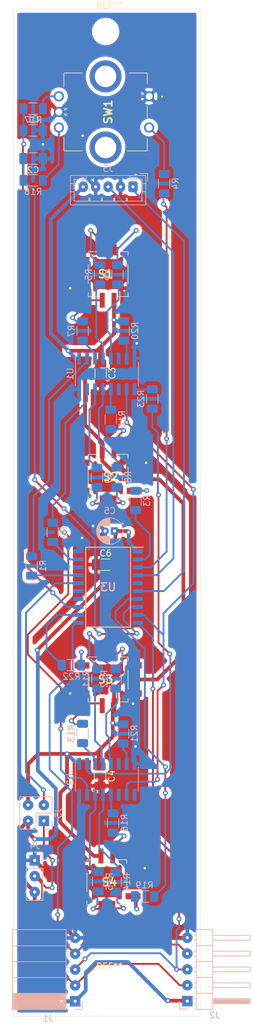
<source format=kicad_pcb>
(kicad_pcb (version 20211014) (generator pcbnew)
  (layers (0 "F.Cu" mixed) (31 "B.Cu" mixed) (34 "B.Paste" user) (35 "F.Paste" user) (36 "B.SilkS" user "B.Silkscreen") (37 "F.SilkS" user "F.Silkscreen") (38 "B.Mask" user) (39 "F.Mask" user) (44 "Edge.Cuts" user))
  (net 0 "")
  (net 1 "GND")
  (net 2 "ENCA")
  (net 3 "ENCB")
  (net 4 "VCC")
  (net 5 "BUT3")
  (net 6 "BUT2")
  (net 7 "BUT1")
  (net 8 "BUT0")
  (net 9 "PSHFDATA")
  (net 10 "PSHFUDATE")
  (net 11 "ADC1")
  (net 12 "ADC0")
  (net 13 "S1_R")
  (net 14 "Net-(R5-Pad1)")
  (net 15 "Net-(R6-Pad1)")
  (net 16 "S1_G")
  (net 17 "S1_b")
  (net 18 "Net-(R7-Pad1)")
  (net 19 "Net-(R8-Pad1)")
  (net 20 "S2_R")
  (net 21 "Net-(R9-Pad1)")
  (net 22 "Net-(R10-Pad1)")
  (net 23 "Net-(R11-Pad1)")
  (net 24 "Net-(R12-Pad1)")
  (net 25 "Net-(R13-Pad1)")
  (net 26 "Net-(R14-Pad1)")
  (net 27 "Net-(R15-Pad1)")
  (net 28 "Net-(R16-Pad1)")
  (net 29 "Net-(R17-Pad2)")
  (net 30 "Net-(R18-Pad2)")
  (net 31 "ENCSW")
  (net 32 "Net-(R20-Pad1)")
  (net 33 "Net-(R21-Pad1)")
  (net 34 "S2_G")
  (net 35 "S2_B")
  (net 36 "S3_R")
  (net 37 "S3_G")
  (net 38 "S3_B")
  (net 39 "S4_R")
  (net 40 "S4_G")
  (net 41 "S4_B")
  (net 51 "VCC_w")
  (net 52 "SDA")
  (net 53 "UPDI_w")
  (net 54 "SCL")
  (net 55 "UPDI")
  (net 56 "PSFHCLK")
  (net 64 "PSHFDATA2")
  (net 65 "Net-(R1-Pad1)")
  (net 66 "Net-(R2-Pad1)")
  (net 67 "Net-(R3-Pad1)")
  (net 68 "Net-(R4-Pad1)")
  (net 69 "Net-(R19-Pad1)")
  (net 70 "Net-(R22-Pad1)")
  (net 71 "Net-(R23-Pad1)")
  (footprint "3dAudioFoot:PEC11R4230KS0024" (layer "F.Cu") (at 143.4875 30.8 -90)
    (fp_text reference "SW1")
    (fp_text value "Rotary_Encoder_Switch" hide)
  )
  (footprint "Capacitor_SMD:C_1206_3216Metric_Pad1.33x1.80mm_HandSolder" (layer "F.Cu") (at 142.6 139.8 -90)
    (fp_text reference "C4")
    (fp_text value "100nF")
  )
  (footprint "Capacitor_SMD:C_1206_3216Metric_Pad1.33x1.80mm_HandSolder" (layer "F.Cu") (at 142.7 75.2 -90)
    (fp_text reference "C3")
    (fp_text value "100nF")
  )
  (footprint "3dAudioFoot:228CMVARGBFR_SMD" (layer "F.Cu") (at 143.9 91.8)
    (fp_text reference "S2")
    (fp_text value "228CMVARGBFR" hide)
  )
  (footprint "3dAudioFoot:228CMVARGBFR_SMD" (layer "F.Cu") (at 143.9 124.3 180)
    (fp_text reference "S3")
    (fp_text value "228CMVARGBFR" hide)
  )
  (footprint "3dAudioFoot:228CMVARGBFR_SMD" (layer "F.Cu") (at 143.7 156.8)
    (fp_text reference "S4")
    (fp_text value "228CMVARGBFR" hide)
  )
  (footprint "3dAudioFoot:228CMVARGBFR_SMD" (layer "F.Cu") (at 143.9 59.3 180)
    (fp_text reference "S1")
    (fp_text value "228CMVARGBFR" hide)
  )
  (footprint "MountingHole:MountingHole_3.2mm_M3" (layer "F.Cu") (at 144.1 20.4)
    (fp_text reference "REF**")
    (fp_text value "MountingHole_3.2mm_M3")
  )
  (footprint "Capacitor_SMD:C_1206_3216Metric_Pad1.33x1.80mm_HandSolder" (layer "F.Cu") (at 143.5 105.9)
    (fp_text reference "C6")
    (fp_text value "100nF")
  )
  (footprint "MountingHole:MountingHole_3.2mm_M3" (layer "F.Cu") (at 144.1 174.5)
    (fp_text reference "REF**")
    (fp_text value "MountingHole_3.2mm_M3")
  )
  (footprint "Connector_JST:JST_PH_B5B-PH-K_1x05_P2.00mm_Vertical" (layer "B.Cu") (at 147.9 45.3 180)
    (fp_text reference "J3")
    (fp_text value "Conn_01x06_Female")
  )
  (footprint "Package_SO:SOIC-16_3.9x9.9mm_P1.27mm" (layer "B.Cu") (at 143.7 140.3 -90)
    (fp_text reference "U2")
    (fp_text value "TPIC6C595")
  )
  (footprint "Package_SO:SOIC-16_3.9x9.9mm_P1.27mm" (layer "B.Cu") (at 143.7 75.3 -90)
    (fp_text reference "U1")
    (fp_text value "TPIC6C595")
  )
  (footprint "Resistor_SMD:R_1206_3216Metric_Pad1.30x1.75mm_HandSolder" (layer "B.Cu") (at 131.85 44.2691)
    (fp_text reference "R18")
    (fp_text value "27k")
  )
  (footprint "Resistor_SMD:R_1206_3216Metric_Pad1.30x1.75mm_HandSolder" (layer "B.Cu") (at 142.1 91.9 90)
    (fp_text reference "R9")
    (fp_text value "155")
  )
  (footprint "Resistor_SMD:R_1206_3216Metric_Pad1.30x1.75mm_HandSolder" (layer "B.Cu") (at 144.7 147.3 90)
    (fp_text reference "R16")
    (fp_text value "100")
  )
  (footprint "Resistor_SMD:R_1206_3216Metric_Pad1.30x1.75mm_HandSolder" (layer "B.Cu") (at 142.3 156.7 90)
    (fp_text reference "R15")
    (fp_text value "155")
  )
  (footprint "Resistor_SMD:R_1206_3216Metric_Pad1.30x1.75mm_HandSolder" (layer "B.Cu") (at 145.1 156.8 90)
    (fp_text reference "R14")
    (fp_text value "165")
  )
  (footprint "Resistor_SMD:R_1206_3216Metric_Pad1.30x1.75mm_HandSolder" (layer "B.Cu") (at 139.8 132.95 -90)
    (fp_text reference "R13")
    (fp_text value "100")
  )
  (footprint "Resistor_SMD:R_1206_3216Metric_Pad1.30x1.75mm_HandSolder" (layer "B.Cu") (at 145.3 91.85 90)
    (fp_text reference "R8")
    (fp_text value "165")
  )
  (footprint "Resistor_SMD:R_1206_3216Metric_Pad1.30x1.75mm_HandSolder" (layer "B.Cu") (at 145.1 124.2 -90)
    (fp_text reference "R12")
    (fp_text value "155")
  )
  (footprint "Resistor_SMD:R_1206_3216Metric_Pad1.30x1.75mm_HandSolder" (layer "B.Cu") (at 142.2 124.2 -90)
    (fp_text reference "R11")
    (fp_text value "165")
  )
  (footprint "Resistor_SMD:R_1206_3216Metric_Pad1.30x1.75mm_HandSolder" (layer "B.Cu") (at 144.335 82.6 90)
    (fp_text reference "R10")
    (fp_text value "100")
  )
  (footprint "Resistor_SMD:R_1206_3216Metric_Pad1.30x1.75mm_HandSolder" (layer "B.Cu") (at 145.4 59.4 -90)
    (fp_text reference "R6")
    (fp_text value "155")
  )
  (footprint "Resistor_SMD:R_1206_3216Metric_Pad1.30x1.75mm_HandSolder" (layer "B.Cu") (at 142.6 59.4 -90)
    (fp_text reference "R5")
    (fp_text value "165")
  )
  (footprint "Capacitor_SMD:C_1206_3216Metric_Pad1.33x1.80mm_HandSolder" (layer "B.Cu") (at 131.85 36.2691 180)
    (fp_text reference "C1")
    (fp_text value "100nF")
  )
  (footprint "Resistor_SMD:R_1206_3216Metric_Pad1.30x1.75mm_HandSolder" (layer "B.Cu") (at 146.4 68.4 90)
    (fp_text reference "R20")
    (fp_text value "4K7")
  )
  (footprint "Resistor_SMD:R_1206_3216Metric_Pad1.30x1.75mm_HandSolder" (layer "B.Cu") (at 146.3 133 90)
    (fp_text reference "R21")
    (fp_text value "4K7")
  )
  (footprint "Resistor_SMD:R_1206_3216Metric_Pad1.30x1.75mm_HandSolder" (layer "B.Cu") (at 131.85 32.7691)
    (fp_text reference "R17")
    (fp_text value "27k")
  )
  (footprint "Capacitor_SMD:C_1206_3216Metric_Pad1.33x1.80mm_HandSolder" (layer "B.Cu") (at 131.85 40.7691)
    (fp_text reference "C2")
    (fp_text value "100nF")
  )
  (footprint "Resistor_SMD:R_1206_3216Metric_Pad1.30x1.75mm_HandSolder" (layer "B.Cu") (at 139.8 68.4 -90)
    (fp_text reference "R7")
    (fp_text value "100")
  )
  (footprint "Resistor_SMD:R_1206_3216Metric_Pad1.30x1.75mm_HandSolder" (layer "B.Cu") (at 138 122)
    (fp_text reference "R22")
    (fp_text value "4k7")
  )
  (footprint "3dAudioFoot:attiny1626" (layer "B.Cu") (at 143.9 109.5 180)
    (fp_text reference "U3")
    (fp_text value "ATtiny1626" hide)
  )
  (footprint "Resistor_SMD:R_1206_3216Metric_Pad1.30x1.75mm_HandSolder" (layer "B.Cu") (at 149.75 159.1 180)
    (fp_text reference "R19")
    (fp_text value "4k7")
  )
  (footprint "Resistor_SMD:R_1206_3216Metric_Pad1.30x1.75mm_HandSolder" (layer "B.Cu") (at 151 79.3 -90)
    (fp_text reference "R23")
    (fp_text value "0R")
  )
  (footprint "Resistor_SMD:R_1206_3216Metric_Pad1.30x1.75mm_HandSolder" (layer "B.Cu") (at 135 100.7 90)
    (fp_text reference "R2")
    (fp_text value "0R")
  )
  (footprint "Connector_PinHeader_2.54mm:PinHeader_2x02_P2.54mm_Vertical" (layer "B.Cu") (at 133.575 146.975 90)
    (fp_text reference "J5")
    (fp_text value "Programm_Jumper")
  )
  (footprint "Resistor_SMD:R_1206_3216Metric_Pad1.30x1.75mm_HandSolder" (layer "B.Cu") (at 152.9 44.8 90)
    (fp_text reference "R4")
    (fp_text value "4k7")
  )
  (footprint "Resistor_SMD:R_1206_3216Metric_Pad1.30x1.75mm_HandSolder" (layer "B.Cu") (at 148.3 95.6 90)
    (fp_text reference "R3")
    (fp_text value "4k7")
  )
  (footprint "Connector_PinHeader_2.54mm:PinHeader_1x05_P2.54mm_Horizontal" (layer "B.Cu") (at 156.625 175.875)
    (fp_text reference "J2")
    (fp_text value "SPI_Male")
  )
  (footprint "Connector_PinHeader_2.54mm:PinHeader_1x03_P2.54mm_Vertical" (layer "B.Cu") (at 132.1 153.3 180)
    (fp_text reference "J4")
    (fp_text value "UPDI_Interface")
  )
  (footprint "Capacitor_THT:CP_Radial_D4.0mm_P1.50mm" (layer "B.Cu") (at 144.9226 100.5 180)
    (fp_text reference "C5")
    (fp_text value "10uF")
  )
  (footprint "Connector_PinSocket_2.54mm:PinSocket_1x05_P2.54mm_Horizontal" (layer "B.Cu") (at 138.6 175.9)
    (fp_text reference "J1")
    (fp_text value "SPI_Female")
  )
  (footprint "Resistor_SMD:R_1206_3216Metric_Pad1.30x1.75mm_HandSolder" (layer "B.Cu") (at 131.6 106.1 90)
    (fp_text reference "R1")
    (fp_text value "0R")
  )
  (gr_line (start 128.7 16.8) (end 128.7 178.3) (layer "Edge.Cuts") (width 0.05))
  (gr_line (start 128.7 178.3) (end 158.7 178.3) (layer "Edge.Cuts") (width 0.05))
  (gr_line (start 128.7 16.8) (end 158.7 16.8) (layer "Edge.Cuts") (width 0.05))
  (gr_line (start 158.7 16.8) (end 158.7 178.3) (layer "Edge.Cuts") (width 0.05))
  (segment (start 138.425 38.4875) (end 139.8 37.1125) (width 0.6) (layer "F.Cu") (net 1))
  (segment (start 142.4 140.9375) (end 148.3 135.0375) (width 0.6) (layer "F.Cu") (net 1))
  (segment (start 139.5 154.55) (end 133.35 154.55) (width 0.6) (layer "F.Cu") (net 1))
  (segment (start 142.6 76.3) (end 148.5 70.4) (width 0.6) (layer "F.Cu") (net 1))
  (segment (start 147.9 128.2) (end 147.9 126.1875) (width 0.6) (layer "F.Cu") (net 1))
  (segment (start 141.5 99.8) (end 139.7 101.6) (width 0.6) (layer "F.Cu") (net 1))
  (segment (start 148.3 135.0375) (end 147.9 134.6375) (width 0.6) (layer "F.Cu") (net 1))
  (segment (start 133.4125 38.4875) (end 138.425 38.4875) (width 0.6) (layer "F.Cu") (net 1))
  (segment (start 141.9375 105.9) (end 143.4226 104.4149) (width 0.6) (layer "F.Cu") (net 1))
  (segment (start 148.1 70) (end 148.1 61.55) (width 0.6) (layer "F.Cu") (net 1))
  (segment (start 141.5 99.7) (end 141.5 99.8) (width 0.6) (layer "F.Cu") (net 1))
  (segment (start 137.75 164.89) (end 138.6 165.74) (width 0.6) (layer "F.Cu") (net 1))
  (segment (start 141.9375 105.9) (end 141.9375 103.8375) (width 0.6) (layer "F.Cu") (net 1))
  (segment (start 147.9 134.6375) (end 147.9 128.2) (width 0.6) (layer "F.Cu") (net 1))
  (segment (start 156.6 165.74) (end 156.625 165.715) (width 0.6) (layer "F.Cu") (net 1))
  (segment (start 137.75 158.95) (end 137.75 164.89) (width 0.6) (layer "F.Cu") (net 1))
  (segment (start 138.6 165.74) (end 156.6 165.74) (width 0.6) (layer "F.Cu") (net 1))
  (segment (start 142.4 141.4) (end 142.4 140.9375) (width 0.6) (layer "F.Cu") (net 1))
  (segment (start 142.6 76.7625) (end 142.6 76.3) (width 0.6) (layer "F.Cu") (net 1))
  (segment (start 141.9375 103.8375) (end 139.7 101.6) (width 0.6) (layer "F.Cu") (net 1))
  (segment (start 148.5 70.4) (end 148.1 70) (width 0.6) (layer "F.Cu") (net 1))
  (segment (start 143.4226 104.4149) (end 143.4226 100.5) (width 0.6) (layer "F.Cu") (net 1))
  (segment (start 132.1 153.3) (end 137.75 158.95) (width 0.6) (layer "F.Cu") (net 1))
  (via (at 141.5 99.7) (size 0.8) (drill 0.4) (layers "F.Cu" "B.Cu") (net 1))
  (via (at 139.7 101.6) (size 0.8) (drill 0.4) (layers "F.Cu" "B.Cu") (net 1))
  (via (at 148.5 70.4) (size 0.8) (drill 0.4) (layers "F.Cu" "B.Cu") (net 1))
  (via (at 147.9 128.2) (size 0.8) (drill 0.4) (layers "F.Cu" "B.Cu") (net 1))
  (via (at 148.3 135.0375) (size 0.8) (drill 0.4) (layers "F.Cu" "B.Cu") (net 1))
  (via (at 139.8 37.1125) (size 0.8) (drill 0.4) (layers "F.Cu" "B.Cu") (net 1))
  (via (at 133.4125 38.4875) (size 0.8) (drill 0.4) (layers "F.Cu" "B.Cu") (net 1))
  (segment (start 143.4226 102.1774) (end 143.4226 100.5) (width 0.6) (layer "B.Cu") (net 1))
  (segment (start 147.945 135.3925) (end 148.3 135.0375) (width 0.6) (layer "B.Cu") (net 1))
  (segment (start 143.3 113.81856) (end 143.3 102.3) (width 0.6) (layer "B.Cu") (net 1))
  (segment (start 144.8 42.9) (end 145.9 44) (width 0.6) (layer "B.Cu") (net 1))
  (segment (start 133.4125 40.7691) (end 133.4125 38.4875) (width 0.6) (layer "B.Cu") (net 1))
  (segment (start 147.9 118.41856) (end 143.3 113.81856) (width 0.6) (layer "B.Cu") (net 1))
  (segment (start 143.2 42.9) (end 144.8 42.9) (width 0.6) (layer "B.Cu") (net 1))
  (segment (start 143.3 102.3) (end 143.4226 102.1774) (width 0.6) (layer "B.Cu") (net 1))
  (segment (start 141.9 44.2) (end 143.2 42.9) (width 0.6) (layer "B.Cu") (net 1))
  (segment (start 141.5 100.5) (end 141.5 99.7) (width 0.6) (layer "B.Cu") (net 1))
  (segment (start 143.3 102.3) (end 141.5 100.5) (width 0.6) (layer "B.Cu") (net 1))
  (segment (start 139.8 37.1125) (end 139.8 43.2) (width 0.6) (layer "B.Cu") (net 1))
  (segment (start 139.8 43.2) (end 141.9 45.3) (width 0.6) (layer "B.Cu") (net 1))
  (segment (start 135.9875 33.3) (end 139.8 37.1125) (width 0.6) (layer "B.Cu") (net 1))
  (segment (start 133.4125 38.4875) (end 133.4125 36.2691) (width 0.6) (layer "B.Cu") (net 1))
  (segment (start 143.1 33.5) (end 142.9 33.3) (width 0.6) (layer "B.Cu") (net 1))
  (segment (start 145.8 30.8) (end 143.1 33.5) (width 0.6) (layer "B.Cu") (net 1))
  (segment (start 139.7 101.6) (end 139.7 103.21) (width 0.6) (layer "B.Cu") (net 1))
  (segment (start 147.9 128.2) (end 147.9 118.41856) (width 0.6) (layer "B.Cu") (net 1))
  (segment (start 141.9 45.3) (end 141.9 44.2) (width 0.6) (layer "B.Cu") (net 1))
  (segment (start 145.9 44) (end 145.9 45.3) (width 0.6) (layer "B.Cu") (net 1))
  (segment (start 148.145 70.755) (end 148.5 70.4) (width 0.6) (layer "B.Cu") (net 1))
  (segment (start 147.945 137.4625) (end 147.945 135.3925) (width 0.6) (layer "B.Cu") (net 1))
  (segment (start 142.9 33.3) (end 135.9875 33.3) (width 0.6) (layer "B.Cu") (net 1))
  (segment (start 150.4875 30.8) (end 145.8 30.8) (width 0.6) (layer "B.Cu") (net 1))
  (segment (start 148.145 72.825) (end 148.145 70.755) (width 0.6) (layer "B.Cu") (net 1))
  (segment (start 139.7 103.21) (end 139.125 103.785) (width 0.6) (layer "B.Cu") (net 1))
  (segment (start 130.2 38.6191) (end 130.35 38.4691) (width 0.3) (layer "F.Cu") (net 2))
  (segment (start 130.2 105.6) (end 130.2 38.6191) (width 0.3) (layer "F.Cu") (net 2))
  (segment (start 135 110.4) (end 130.2 105.6) (width 0.3) (layer "F.Cu") (net 2))
  (via (at 130.35 38.4691) (size 0.8) (drill 0.4) (layers "F.Cu" "B.Cu") (net 2))
  (via (at 135 110.4) (size 0.8) (drill 0.4) (layers "F.Cu" "B.Cu") (net 2))
  (segment (start 130.2875 36.2691) (end 130.2875 38.4066) (width 0.3) (layer "B.Cu") (net 2))
  (segment (start 130.3 32.7691) (end 130.3 36.2566) (width 0.3) (layer "B.Cu") (net 2))
  (segment (start 130.3 36.2566) (end 130.2875 36.2691) (width 0.3) (layer "B.Cu") (net 2))
  (segment (start 139.125 112.675) (end 137.275 112.675) (width 0.3) (layer "B.Cu") (net 2))
  (segment (start 130.2875 38.4066) (end 130.35 38.4691) (width 0.3) (layer "B.Cu") (net 2))
  (segment (start 135 110.4) (end 137.275 112.675) (width 0.3) (layer "B.Cu") (net 2))
  (segment (start 132.1 92.3) (end 136.7 96.9) (width 0.3) (layer "F.Cu") (net 3))
  (segment (start 136.7 96.9) (end 136.8 96.9) (width 0.3) (layer "F.Cu") (net 3))
  (segment (start 142.5 117) (end 148.4 117) (width 0.3) (layer "F.Cu") (net 3))
  (segment (start 148.4 117) (end 148.5 116.9) (width 0.3) (layer "F.Cu") (net 3))
  (via (at 136.8 96.9) (size 0.8) (drill 0.4) (layers "F.Cu" "B.Cu") (net 3))
  (via (at 142.5 117) (size 0.8) (drill 0.4) (layers "F.Cu" "B.Cu") (net 3))
  (via (at 132.1 92.3) (size 0.8) (drill 0.4) (layers "F.Cu" "B.Cu") (net 3))
  (via (at 148.5 116.9) (size 0.8) (drill 0.4) (layers "F.Cu" "B.Cu") (net 3))
  (segment (start 130.3 40.7816) (end 130.2875 40.7691) (width 0.3) (layer "B.Cu") (net 3))
  (segment (start 147.425 112.675) (end 146.4 113.7) (width 0.3) (layer "B.Cu") (net 3))
  (segment (start 130.3 44.2691) (end 130.3 40.7816) (width 0.3) (layer "B.Cu") (net 3))
  (segment (start 141.8 101.9) (end 141.8 116.2) (width 0.3) (layer "B.Cu") (net 3))
  (segment (start 148.675 112.675) (end 147.425 112.675) (width 0.3) (layer "B.Cu") (net 3))
  (segment (start 141.8 116.2) (end 141.8 116.3) (width 0.3) (layer "B.Cu") (net 3))
  (segment (start 146.4 114.8) (end 148.5 116.9) (width 0.3) (layer "B.Cu") (net 3))
  (segment (start 136.8 96.9) (end 141.8 101.9) (width 0.3) (layer "B.Cu") (net 3))
  (segment (start 141.8 116.3) (end 142.5 117) (width 0.3) (layer "B.Cu") (net 3))
  (segment (start 132.1 46.0691) (end 130.3 44.2691) (width 0.3) (layer "B.Cu") (net 3))
  (segment (start 132.1 92.3) (end 132.1 46.0691) (width 0.3) (layer "B.Cu") (net 3))
  (segment (start 146.4 113.7) (end 146.4 114.8) (width 0.3) (layer "B.Cu") (net 3))
  (segment (start 136.2 147.2) (end 136.2 142.5) (width 0.6) (layer "F.Cu") (net 4))
  (segment (start 142.75 152.6) (end 141.6 152.6) (width 0.6) (layer "F.Cu") (net 4))
  (segment (start 136.2 142.5) (end 137.3 141.4) (width 0.6) (layer "F.Cu") (net 4))
  (segment (start 144.65 133.4875) (end 144.65 131.2875) (width 0.6) (layer "F.Cu") (net 4))
  (segment (start 137.5 71.6) (end 142.1 71.6) (width 0.6) (layer "F.Cu") (net 4))
  (segment (start 142.95 89.25) (end 145.9 92.2) (width 0.6) (layer "F.Cu") (net 4))
  (segment (start 137.3 141.4) (end 137.3 136.2375) (width 0.6) (layer "F.Cu") (net 4))
  (segment (start 142.1 71.6) (end 142.6 71.1) (width 0.6) (layer "F.Cu") (net 4))
  (segment (start 142.6 71.1) (end 144.85 68.85) (width 0.6) (layer "F.Cu") (net 4))
  (segment (start 142.4 135.7375) (end 144.65 133.4875) (width 0.6) (layer "F.Cu") (net 4))
  (segment (start 144.85 128.5) (end 144.85 125.95) (width 0.6) (layer "F.Cu") (net 4))
  (segment (start 144.85 125.95) (end 146.5 124.3) (width 0.6) (layer "F.Cu") (net 4))
  (segment (start 142.95 86.25) (end 140.2 83.5) (width 0.6) (layer "F.Cu") (net 4))
  (segment (start 131.035 137.865) (end 132.6625 136.2375) (width 0.6) (layer "F.Cu") (net 4))
  (segment (start 140.2 83.5) (end 140.2 76.1375) (width 0.6) (layer "F.Cu") (net 4))
  (segment (start 142.6 73.6375) (end 142.6 71.1) (width 0.6) (layer "F.Cu") (net 4))
  (segment (start 131.035 144.435) (end 131.035 137.865) (width 0.6) (layer "F.Cu") (net 4))
  (segment (start 132.6625 136.2375) (end 137.3 136.2375) (width 0.6) (layer "F.Cu") (net 4))
  (segment (start 142.4 138.275) (end 142.4 135.7375) (width 0.6) (layer "F.Cu") (net 4))
  (segment (start 145.9 92.2) (end 152.1 92.2) (width 0.6) (layer "F.Cu") (net 4))
  (segment (start 142.95 87.6) (end 142.95 86.25) (width 0.6) (layer "F.Cu") (net 4))
  (segment (start 144.85 66.65) (end 144.85 63.5) (width 0.6) (layer "F.Cu") (net 4))
  (segment (start 146.5 124.3) (end 151.8 124.3) (width 0.6) (layer "F.Cu") (net 4))
  (segment (start 151.8 124.3) (end 156 120.1) (width 0.6) (layer "F.Cu") (net 4))
  (segment (start 141.9 136.2375) (end 142.4 135.7375) (width 0.6) (layer "F.Cu") (net 4))
  (segment (start 144.65 131.2875) (end 144.65 128.1375) (width 0.6) (layer "F.Cu") (net 4))
  (segment (start 156 120.1) (end 156 96.1) (width 0.6) (layer "F.Cu") (net 4))
  (segment (start 152.1 92.2) (end 156 96.1) (width 0.6) (layer "F.Cu") (net 4))
  (segment (start 137.3 136.2375) (end 141.9 136.2375) (width 0.6) (layer "F.Cu") (net 4))
  (segment (start 142.95 87.6) (end 142.95 89.25) (width 0.6) (layer "F.Cu") (net 4))
  (segment (start 141.6 152.6) (end 136.2 147.2) (width 0.6) (layer "F.Cu") (net 4))
  (segment (start 144.85 68.85) (end 144.85 66.65) (width 0.6) (layer "F.Cu") (net 4))
  (segment (start 140.2 76.1375) (end 142.7 73.6375) (width 0.6) (layer "F.Cu") (net 4))
  (via (at 144.65 131.2875) (size 0.8) (drill 0.4) (layers "F.Cu" "B.Cu") (net 4))
  (via (at 137.5 71.6) (size 0.8) (drill 0.4) (layers "F.Cu" "B.Cu") (net 4))
  (via (at 144.85 66.65) (size 0.8) (drill 0.4) (layers "F.Cu" "B.Cu") (net 4))
  (via (at 137.3 136.2375) (size 0.8) (drill 0.4) (layers "F.Cu" "B.Cu") (net 4))
  (segment (start 144.85 131.4875) (end 144.65 131.2875) (width 0.6) (layer "B.Cu") (net 4))
  (segment (start 134.7 68.8) (end 134.7 50.5) (width 0.6) (layer "B.Cu") (net 4))
  (segment (start 139.055 137.4625) (end 138.525 137.4625) (width 0.6) (layer "B.Cu") (net 4))
  (segment (start 138.525 137.4625) (end 137.3 136.2375) (width 0.6) (layer "B.Cu") (net 4))
  (segment (start 146.4 66.85) (end 145.05 66.85) (width 0.6) (layer "B.Cu") (net 4))
  (segment (start 146.2 131.4875) (end 144.85 131.4875) (width 0.6) (layer "B.Cu") (net 4))
  (segment (start 145.05 66.85) (end 144.85 66.65) (width 0.6) (layer "B.Cu") (net 4))
  (segment (start 137.5 71.6) (end 134.7 68.8) (width 0.6) (layer "B.Cu") (net 4))
  (segment (start 134.7 50.5) (end 139.9 45.3) (width 0.6) (layer "B.Cu") (net 4))
  (segment (start 138.725 72.825) (end 137.5 71.6) (width 0.6) (layer "B.Cu") (net 4))
  (segment (start 139.255 72.825) (end 138.725 72.825) (width 0.6) (layer "B.Cu") (net 4))
  (segment (start 148.5 161.1) (end 148.5 159.65) (width 0.3) (layer "F.Cu") (net 5))
  (segment (start 148.5 159.65) (end 147.9 159.05) (width 0.3) (layer "F.Cu") (net 5))
  (via (at 148.5 161.1) (size 0.8) (drill 0.4) (layers "F.Cu" "B.Cu") (net 5))
  (segment (start 148.2 159.1) (end 148.2 160.8) (width 0.3) (layer "B.Cu") (net 5))
  (segment (start 148.2 160.8) (end 148.5 161.1) (width 0.3) (layer "B.Cu") (net 5))
  (segment (start 139.6 119.9) (end 139.6 121.95) (width 0.3) (layer "F.Cu") (net 6))
  (segment (start 139.6 121.95) (end 139.7 122.05) (width 0.3) (layer "F.Cu") (net 6))
  (via (at 139.6 119.9) (size 0.8) (drill 0.4) (layers "F.Cu" "B.Cu") (net 6))
  (segment (start 139.55 122) (end 139.55 119.95) (width 0.3) (layer "B.Cu") (net 6))
  (segment (start 139.55 119.95) (end 139.6 119.9) (width 0.3) (layer "B.Cu") (net 6))
  (segment (start 150.1 94) (end 148.15 94) (width 0.3) (layer "F.Cu") (net 7))
  (segment (start 148.15 94) (end 148.1 94.05) (width 0.3) (layer "F.Cu") (net 7))
  (via (at 150.1 94) (size 0.8) (drill 0.4) (layers "F.Cu" "B.Cu") (net 7))
  (segment (start 150.05 94.05) (end 150.1 94) (width 0.3) (layer "B.Cu") (net 7))
  (segment (start 148.3 94.05) (end 150.05 94.05) (width 0.3) (layer "B.Cu") (net 7))
  (segment (start 131.9 94.9) (end 134.4 92.4) (width 0.3) (layer "B.Cu") (net 9))
  (segment (start 134.4 79.4) (end 140.525 73.275) (width 0.3) (layer "B.Cu") (net 9))
  (segment (start 131.6 104.55) (end 131.9 104.25) (width 0.3) (layer "B.Cu") (net 9))
  (segment (start 131.9 104.25) (end 131.9 94.9) (width 0.3) (layer "B.Cu") (net 9))
  (segment (start 140.525 73.275) (end 140.525 72.825) (width 0.3) (layer "B.Cu") (net 9))
  (segment (start 134.4 92.4) (end 134.4 79.4) (width 0.3) (layer "B.Cu") (net 9))
  (segment (start 151.8495 140.3) (end 151.8495 126.1505) (width 0.3) (layer "F.Cu") (net 10))
  (segment (start 157.6 93.8) (end 146.9 83.1) (width 0.3) (layer "F.Cu") (net 10))
  (segment (start 151.8495 126.1505) (end 152.8 125.2) (width 0.3) (layer "F.Cu") (net 10))
  (via (at 157.6 93.8) (size 0.8) (drill 0.4) (layers "F.Cu" "B.Cu") (net 10))
  (via (at 152.8 125.2) (size 0.8) (drill 0.4) (layers "F.Cu" "B.Cu") (net 10))
  (via (at 146.9 83.1) (size 0.8) (drill 0.4) (layers "F.Cu" "B.Cu") (net 10))
  (via (at 151.8495 140.3) (size 0.8) (drill 0.4) (layers "F.Cu" "B.Cu") (net 10))
  (segment (start 151.5 140.7) (end 151.8495 140.3505) (width 0.3) (layer "B.Cu") (net 10))
  (segment (start 146.9 81.15) (end 146.875 81.125) (width 0.3) (layer "B.Cu") (net 10))
  (segment (start 146.9 141.2) (end 147.4 140.7) (width 0.3) (layer "B.Cu") (net 10))
  (segment (start 152.8 125.2) (end 152.8 117.2) (width 0.3) (layer "B.Cu") (net 10))
  (segment (start 146.9 83.1) (end 146.9 81.15) (width 0.3) (layer "B.Cu") (net 10))
  (segment (start 151.8495 140.3505) (end 151.8495 140.3) (width 0.3) (layer "B.Cu") (net 10))
  (segment (start 157.6 108.9) (end 157.6 93.8) (width 0.3) (layer "B.Cu") (net 10))
  (segment (start 146.875 142.775) (end 146.9 142.75) (width 0.3) (layer "B.Cu") (net 10))
  (segment (start 147.4 140.7) (end 151.5 140.7) (width 0.3) (layer "B.Cu") (net 10))
  (segment (start 152.8 117.2) (end 149.5 113.9) (width 0.3) (layer "B.Cu") (net 10))
  (segment (start 146.875 77.775) (end 146.875 81.125) (width 0.3) (layer "B.Cu") (net 10))
  (segment (start 152.8 113.7) (end 157.6 108.9) (width 0.3) (layer "B.Cu") (net 10))
  (segment (start 146.9 142.75) (end 146.9 141.2) (width 0.3) (layer "B.Cu") (net 10))
  (segment (start 152.8 117.2) (end 152.8 113.7) (width 0.3) (layer "B.Cu") (net 10))
  (segment (start 152.865 110.135) (end 156.088575 106.911425) (width 0.3) (layer "B.Cu") (net 11))
  (segment (start 148.675 110.135) (end 152.865 110.135) (width 0.3) (layer "B.Cu") (net 11))
  (segment (start 156.088575 106.911425) (end 156.088575 54.011425) (width 0.3) (layer "B.Cu") (net 11))
  (segment (start 147.9 45.822849) (end 156.088575 54.011425) (width 0.3) (layer "B.Cu") (net 11))
  (segment (start 147.9 45.3) (end 147.9 45.822849) (width 0.3) (layer "B.Cu") (net 11))
  (segment (start 154.4 55.8) (end 143.9 45.3) (width 0.3) (layer "B.Cu") (net 12))
  (segment (start 148.675 107.595) (end 151.705 107.595) (width 0.3) (layer "B.Cu") (net 12))
  (segment (start 151.705 107.595) (end 154.4 104.9) (width 0.3) (layer "B.Cu") (net 12))
  (segment (start 154.4 104.9) (end 154.4 55.8) (width 0.3) (layer "B.Cu") (net 12))
  (segment (start 143.065 72.825) (end 143.065 70.565) (width 0.3) (layer "B.Cu") (net 13))
  (segment (start 142 69.5) (end 142 61.55) (width 0.3) (layer "B.Cu") (net 13))
  (segment (start 143.065 70.565) (end 142 69.5) (width 0.3) (layer "B.Cu") (net 13))
  (segment (start 142 61.55) (end 142.6 60.95) (width 0.3) (layer "B.Cu") (net 13))
  (segment (start 142.95 54.15) (end 142.95 55.1) (width 0.3) (layer "F.Cu") (net 14))
  (segment (start 141.1 52.3) (end 142.95 54.15) (width 0.3) (layer "F.Cu") (net 14))
  (via (at 141.1 52.3) (size 0.8) (drill 0.4) (layers "F.Cu" "B.Cu") (net 14))
  (segment (start 142.6 57.85) (end 141.1 56.35) (width 0.3) (layer "B.Cu") (net 14))
  (segment (start 141.1 56.35) (end 141.1 52.3) (width 0.3) (layer "B.Cu") (net 14))
  (segment (start 145.6 55.1) (end 144.85 55.1) (width 0.3) (layer "F.Cu") (net 15))
  (segment (start 148.4 52.3) (end 145.6 55.1) (width 0.3) (layer "F.Cu") (net 15))
  (via (at 148.4 52.3) (size 0.8) (drill 0.4) (layers "F.Cu" "B.Cu") (net 15))
  (segment (start 145.4 57.85) (end 145.4 55.3) (width 0.3) (layer "B.Cu") (net 15))
  (segment (start 145.4 55.3) (end 148.4 52.3) (width 0.3) (layer "B.Cu") (net 15))
  (segment (start 145.6 63.4) (end 145.6 61.15) (width 0.3) (layer "B.Cu") (net 16))
  (segment (start 143.8 65.2) (end 145.6 63.4) (width 0.3) (layer "B.Cu") (net 16))
  (segment (start 144.335 72.825) (end 144.335 69.041191) (width 0.3) (layer "B.Cu") (net 16))
  (segment (start 145.6 61.15) (end 145.4 60.95) (width 0.3) (layer "B.Cu") (net 16))
  (segment (start 143.8 68.506191) (end 143.8 65.2) (width 0.3) (layer "B.Cu") (net 16))
  (segment (start 144.335 69.041191) (end 143.8 68.506191) (width 0.3) (layer "B.Cu") (net 16))
  (segment (start 141.795 72.825) (end 141.795 72.045) (width 0.3) (layer "B.Cu") (net 17))
  (segment (start 141.795 72.045) (end 139.7 69.95) (width 0.3) (layer "B.Cu") (net 17))
  (segment (start 141 63.5) (end 142.95 63.5) (width 0.3) (layer "F.Cu") (net 18))
  (segment (start 138.2 66.3) (end 141 63.5) (width 0.3) (layer "F.Cu") (net 18))
  (via (at 138.2 66.3) (size 0.8) (drill 0.4) (layers "F.Cu" "B.Cu") (net 18))
  (segment (start 138.75 66.85) (end 138.2 66.3) (width 0.3) (layer "B.Cu") (net 18))
  (segment (start 139.7 66.85) (end 138.75 66.85) (width 0.3) (layer "B.Cu") (net 18))
  (segment (start 146.3 96) (end 144.85 96) (width 0.3) (layer "F.Cu") (net 19))
  (via (at 146.3 96) (size 0.8) (drill 0.4) (layers "F.Cu" "B.Cu") (net 19))
  (segment (start 145.3 93.4) (end 145.3 95) (width 0.3) (layer "B.Cu") (net 19))
  (segment (start 145.3 95) (end 146.3 96) (width 0.3) (layer "B.Cu") (net 19))
  (segment (start 142.4 86.3) (end 142.4 80.9) (width 0.3) (layer "B.Cu") (net 20))
  (segment (start 142.4 80.9) (end 143.065 80.235) (width 0.3) (layer "B.Cu") (net 20))
  (segment (start 145.3 90.3) (end 145.3 89.2) (width 0.3) (layer "B.Cu") (net 20))
  (segment (start 143.065 80.235) (end 143.065 77.775) (width 0.3) (layer "B.Cu") (net 20))
  (segment (start 145.3 89.2) (end 142.4 86.3) (width 0.3) (layer "B.Cu") (net 20))
  (segment (start 141.4 96.1) (end 142.85 96.1) (width 0.3) (layer "F.Cu") (net 21))
  (segment (start 142.85 96.1) (end 142.95 96) (width 0.3) (layer "F.Cu") (net 21))
  (via (at 141.4 96.1) (size 0.8) (drill 0.4) (layers "F.Cu" "B.Cu") (net 21))
  (segment (start 142.1 93.45) (end 142.1 95.4) (width 0.3) (layer "B.Cu") (net 21))
  (segment (start 142.1 95.4) (end 141.4 96.1) (width 0.3) (layer "B.Cu") (net 21))
  (segment (start 144.85 85.95) (end 144.85 87.6) (width 0.3) (layer "F.Cu") (net 22))
  (segment (start 146.4 84.4) (end 144.85 85.95) (width 0.3) (layer "F.Cu") (net 22))
  (via (at 146.4 84.4) (size 0.8) (drill 0.4) (layers "F.Cu" "B.Cu") (net 22))
  (segment (start 144.335 84.15) (end 146.15 84.15) (width 0.3) (layer "B.Cu") (net 22))
  (segment (start 146.15 84.15) (end 146.4 84.4) (width 0.3) (layer "B.Cu") (net 22))
  (segment (start 140.9 116.9375) (end 142.75 118.7875) (width 0.3) (layer "F.Cu") (net 23))
  (segment (start 142.75 118.7875) (end 142.75 119.7375) (width 0.3) (layer "F.Cu") (net 23))
  (via (at 140.9 116.9375) (size 0.8) (drill 0.4) (layers "F.Cu" "B.Cu") (net 23))
  (segment (start 142.4 122.4875) (end 140.9 120.9875) (width 0.3) (layer "B.Cu") (net 23))
  (segment (start 140.9 120.9875) (end 140.9 116.9375) (width 0.3) (layer "B.Cu") (net 23))
  (segment (start 144.85 120.1) (end 145.5 120.1) (width 0.3) (layer "F.Cu") (net 24))
  (segment (start 145.5 120.1) (end 146.2 119.4) (width 0.3) (layer "F.Cu") (net 24))
  (via (at 146.2 119.4) (size 0.8) (drill 0.4) (layers "F.Cu" "B.Cu") (net 24))
  (segment (start 146.2 121.55) (end 145.1 122.65) (width 0.3) (layer "B.Cu") (net 24))
  (segment (start 146.2 119.4) (end 146.2 121.55) (width 0.3) (layer "B.Cu") (net 24))
  (segment (start 138 130.9375) (end 140.8 128.1375) (width 0.3) (layer "F.Cu") (net 25))
  (segment (start 140.8 128.1375) (end 142.75 128.1375) (width 0.3) (layer "F.Cu") (net 25))
  (via (at 138 130.9375) (size 0.8) (drill 0.4) (layers "F.Cu" "B.Cu") (net 25))
  (segment (start 138.55 131.4875) (end 138 130.9375) (width 0.3) (layer "B.Cu") (net 25))
  (segment (start 139.5 131.4875) (end 138.55 131.4875) (width 0.3) (layer "B.Cu") (net 25))
  (segment (start 146.365 160.9875) (end 144.915 160.9875) (width 0.3) (layer "F.Cu") (net 26))
  (via (at 146.365 160.9875) (size 0.8) (drill 0.4) (layers "F.Cu" "B.Cu") (net 26))
  (segment (start 145.365 158.3875) (end 145.365 159.9875) (width 0.3) (layer "B.Cu") (net 26))
  (segment (start 145.365 159.9875) (end 146.365 160.9875) (width 0.3) (layer "B.Cu") (net 26))
  (segment (start 141.465 161.0875) (end 142.915 161.0875) (width 0.3) (layer "F.Cu") (net 27))
  (via (at 141.465 161.0875) (size 0.8) (drill 0.4) (layers "F.Cu" "B.Cu") (net 27))
  (segment (start 142.165 160.3875) (end 141.465 161.0875) (width 0.3) (layer "B.Cu") (net 27))
  (segment (start 142.165 158.4375) (end 142.165 160.3875) (width 0.3) (layer "B.Cu") (net 27))
  (segment (start 144.915 150.9375) (end 144.915 152.5875) (width 0.3) (layer "F.Cu") (net 28))
  (segment (start 146.465 149.3875) (end 144.915 150.9375) (width 0.3) (layer "F.Cu") (net 28))
  (via (at 146.465 149.3875) (size 0.8) (drill 0.4) (layers "F.Cu" "B.Cu") (net 28))
  (segment (start 144.4 149.1375) (end 146.215 149.1375) (width 0.3) (layer "B.Cu") (net 28))
  (segment (start 146.215 149.1375) (end 146.465 149.3875) (width 0.3) (layer "B.Cu") (net 28))
  (segment (start 133.4 32.7691) (end 133.4 31.5) (width 0.3) (layer "B.Cu") (net 29))
  (segment (start 133.4 31.5) (end 134.1 30.8) (width 0.3) (layer "B.Cu") (net 29))
  (segment (start 134.1 30.8) (end 135.9875 30.8) (width 0.3) (layer "B.Cu") (net 29))
  (segment (start 135.9875 41.6816) (end 135.9875 35.8) (width 0.3) (layer "B.Cu") (net 30))
  (segment (start 133.4 44.2691) (end 135.9875 41.6816) (width 0.3) (layer "B.Cu") (net 30))
  (segment (start 152.9 38.2125) (end 150.4875 35.8) (width 0.3) (layer "B.Cu") (net 31))
  (segment (start 152.9 43.25) (end 152.9 38.2125) (width 0.3) (layer "B.Cu") (net 31))
  (segment (start 146.875 72.825) (end 146.875 70.425) (width 0.3) (layer "B.Cu") (net 32))
  (segment (start 146.875 70.425) (end 146.4 69.95) (width 0.3) (layer "B.Cu") (net 32))
  (segment (start 146.875 136.075) (end 146.875 137.825) (width 0.3) (layer "B.Cu") (net 33))
  (segment (start 146.3 135.5) (end 146.875 136.075) (width 0.3) (layer "B.Cu") (net 33))
  (segment (start 146.3 134.55) (end 146.3 135.5) (width 0.3) (layer "B.Cu") (net 33))
  (segment (start 140.9 81) (end 141.795 80.105) (width 0.3) (layer "B.Cu") (net 34))
  (segment (start 141.795 80.105) (end 141.795 77.775) (width 0.3) (layer "B.Cu") (net 34))
  (segment (start 142.1 90.35) (end 140.9 89.15) (width 0.3) (layer "B.Cu") (net 34))
  (segment (start 140.9 89.15) (end 140.9 81) (width 0.3) (layer "B.Cu") (net 34))
  (segment (start 144.335 81.05) (end 144.335 77.775) (width 0.3) (layer "B.Cu") (net 35))
  (segment (start 142.865 135.2025) (end 141.8 134.1375) (width 0.3) (layer "B.Cu") (net 36))
  (segment (start 141.8 134.1375) (end 141.8 126.1875) (width 0.3) (layer "B.Cu") (net 36))
  (segment (start 141.8 126.1875) (end 142.4 125.5875) (width 0.3) (layer "B.Cu") (net 36))
  (segment (start 142.865 137.4625) (end 142.865 135.2025) (width 0.3) (layer "B.Cu") (net 36))
  (segment (start 144.135 137.4625) (end 144.135 133.678691) (width 0.3) (layer "B.Cu") (net 37))
  (segment (start 144.135 133.678691) (end 143.6 133.143691) (width 0.3) (layer "B.Cu") (net 37))
  (segment (start 143.6 129.8375) (end 145.4 128.0375) (width 0.3) (layer "B.Cu") (net 37))
  (segment (start 145.4 125.7875) (end 145.2 125.5875) (width 0.3) (layer "B.Cu") (net 37))
  (segment (start 143.6 133.143691) (end 143.6 129.8375) (width 0.3) (layer "B.Cu") (net 37))
  (segment (start 145.4 128.0375) (end 145.4 125.7875) (width 0.3) (layer "B.Cu") (net 37))
  (segment (start 141.595 136.6825) (end 139.5 134.5875) (width 0.3) (layer "B.Cu") (net 38))
  (segment (start 141.595 137.4625) (end 141.595 136.6825) (width 0.3) (layer "B.Cu") (net 38))
  (segment (start 145.365 154.1875) (end 142.465 151.2875) (width 0.3) (layer "B.Cu") (net 39))
  (segment (start 142.465 145.8875) (end 143.13 145.2225) (width 0.3) (layer "B.Cu") (net 39))
  (segment (start 143.13 145.2225) (end 143.13 142.7625) (width 0.3) (layer "B.Cu") (net 39))
  (segment (start 145.365 155.2875) (end 145.365 154.1875) (width 0.3) (layer "B.Cu") (net 39))
  (segment (start 142.465 151.2875) (end 142.465 145.8875) (width 0.3) (layer "B.Cu") (net 39))
  (segment (start 140.965 145.9875) (end 141.86 145.0925) (width 0.3) (layer "B.Cu") (net 40))
  (segment (start 140.965 154.1375) (end 140.965 145.9875) (width 0.3) (layer "B.Cu") (net 40))
  (segment (start 141.86 145.0925) (end 141.86 142.7625) (width 0.3) (layer "B.Cu") (net 40))
  (segment (start 142.165 155.3375) (end 140.965 154.1375) (width 0.3) (layer "B.Cu") (net 40))
  (segment (start 144.4 146.0375) (end 144.4 142.7625) (width 0.3) (layer "B.Cu") (net 41))
  (segment (start 130 148.01) (end 131.035 146.975) (width 0.6) (layer "F.Cu") (net 51))
  (segment (start 153.5 175.8) (end 156.55 175.8) (width 0.6) (layer "F.Cu") (net 51))
  (segment (start 145.0625 107.0375) (end 145.0625 105.9) (width 0.6) (layer "F.Cu") (net 51))
  (segment (start 132.5 119.6) (end 145.0625 107.0375) (width 0.6) (layer "F.Cu") (net 51))
  (segment (start 132.1 172.6) (end 132.1 158.38) (width 0.6) (layer "F.Cu") (net 51))
  (segment (start 156.55 175.8) (end 156.625 175.875) (width 0.6) (layer "F.Cu") (net 51))
  (segment (start 130 156.28) (end 130 148.01) (width 0.6) (layer "F.Cu") (net 51))
  (segment (start 132.1 158.38) (end 130 156.28) (width 0.6) (layer "F.Cu") (net 51))
  (segment (start 144.9226 100.5) (end 147 100.5) (width 0.6) (layer "F.Cu") (net 51))
  (segment (start 145.0625 100.6399) (end 144.9226 100.5) (width 0.6) (layer "F.Cu") (net 51))
  (segment (start 147 100.5) (end 147.2 100.7) (width 0.6) (layer "F.Cu") (net 51))
  (segment (start 138.6 175.9) (end 135.4 175.9) (width 0.6) (layer "F.Cu") (net 51))
  (segment (start 131.035 148.835) (end 132.1 149.9) (width 0.6) (layer "F.Cu") (net 51))
  (segment (start 145.0625 105.9) (end 145.0625 100.6399) (width 0.6) (layer "F.Cu") (net 51))
  (segment (start 131.035 146.975) (end 131.035 148.835) (width 0.6) (layer "F.Cu") (net 51))
  (segment (start 135.4 175.9) (end 132.1 172.6) (width 0.6) (layer "F.Cu") (net 51))
  (via (at 132.1 149.9) (size 0.8) (drill 0.4) (layers "F.Cu" "B.Cu") (net 51))
  (via (at 136.4 175.9) (size 0.8) (drill 0.4) (layers "F.Cu" "B.Cu") (net 51))
  (via (at 147.2 100.7) (size 0.8) (drill 0.4) (layers "F.Cu" "B.Cu") (net 51))
  (via (at 132.5 119.6) (size 0.8) (drill 0.4) (layers "F.Cu" "B.Cu") (net 51))
  (via (at 153.5 175.8) (size 0.8) (drill 0.4) (layers "F.Cu" "B.Cu") (net 51))
  (segment (start 140.3 171.3) (end 142 169.6) (width 0.6) (layer "B.Cu") (net 51))
  (segment (start 136.4 175.9) (end 138.6 175.9) (width 0.6) (layer "B.Cu") (net 51))
  (segment (start 132.6 119.7) (end 132.5 119.6) (width 0.6) (layer "B.Cu") (net 51))
  (segment (start 135.5 141.8) (end 132.6 138.9) (width 0.6) (layer "B.Cu") (net 51))
  (segment (start 147.2 102.31) (end 148.675 103.785) (width 0.6) (layer "B.Cu") (net 51))
  (segment (start 138.6 175.9) (end 140.3 174.2) (width 0.6) (layer "B.Cu") (net 51))
  (segment (start 135.5 149.1) (end 135.5 141.8) (width 0.6) (layer "B.Cu") (net 51))
  (segment (start 134.7 149.9) (end 135.5 149.1) (width 0.6) (layer "B.Cu") (net 51))
  (segment (start 132.6 138.9) (end 132.6 119.7) (width 0.6) (layer "B.Cu") (net 51))
  (segment (start 132.1 149.9) (end 134.7 149.9) (width 0.6) (layer "B.Cu") (net 51))
  (segment (start 147.1 169.6) (end 153.375 175.875) (width 0.6) (layer "B.Cu") (net 51))
  (segment (start 153.375 175.875) (end 153.45 175.8) (width 0.6) (layer "B.Cu") (net 51))
  (segment (start 147.2 100.7) (end 147.2 102.31) (width 0.6) (layer "B.Cu") (net 51))
  (segment (start 140.3 174.2) (end 140.3 171.3) (width 0.6) (layer "B.Cu") (net 51))
  (segment (start 142 169.6) (end 147.1 169.6) (width 0.6) (layer "B.Cu") (net 51))
  (segment (start 153.45 175.8) (end 153.5 175.8) (width 0.6) (layer "B.Cu") (net 51))
  (segment (start 138.6 170.7) (end 140.2 169.1) (width 0.3) (layer "F.Cu") (net 52))
  (segment (start 156.62 170.8) (end 156.625 170.795) (width 0.3) (layer "F.Cu") (net 52))
  (segment (start 155.3 153.3) (end 151.1 149.1) (width 0.3) (layer "F.Cu") (net 52))
  (segment (start 155.3 162.7) (end 155.3 153.3) (width 0.3) (layer "F.Cu") (net 52))
  (segment (start 154.9 170.8) (end 156.62 170.8) (width 0.3) (layer "F.Cu") (net 52))
  (segment (start 151.1 149.1) (end 151.1 125.8) (width 0.3) (layer "F.Cu") (net 52))
  (segment (start 138.6 170.82) (end 138.6 170.7) (width 0.3) (layer "F.Cu") (net 52))
  (via (at 154.9 170.8) (size 0.8) (drill 0.4) (layers "F.Cu" "B.Cu") (net 52))
  (via (at 140.2 169.1) (size 0.8) (drill 0.4) (layers "F.Cu" "B.Cu") (net 52))
  (via (at 155.3 162.7) (size 0.8) (drill 0.4) (layers "F.Cu" "B.Cu") (net 52))
  (via (at 151.1 125.8) (size 0.8) (drill 0.4) (layers "F.Cu" "B.Cu") (net 52))
  (segment (start 151.1 117.64) (end 148.675 115.215) (width 0.3) (layer "B.Cu") (net 52))
  (segment (start 152.3 168.2) (end 154.9 170.8) (width 0.3) (layer "B.Cu") (net 52))
  (segment (start 140.2 169.1) (end 141.1 168.2) (width 0.3) (layer "B.Cu") (net 52))
  (segment (start 151.1 125.8) (end 151.1 117.64) (width 0.3) (layer "B.Cu") (net 52))
  (segment (start 154.9 164.5) (end 155.3 164.1) (width 0.3) (layer "B.Cu") (net 52))
  (segment (start 154.9 170.8) (end 154.9 164.5) (width 0.3) (layer "B.Cu") (net 52))
  (segment (start 141.1 168.2) (end 152.3 168.2) (width 0.3) (layer "B.Cu") (net 52))
  (segment (start 155.3 164.1) (end 155.3 162.7) (width 0.3) (layer "B.Cu") (net 52))
  (segment (start 133.299511 168.059511) (end 133.299511 156.599511) (width 0.3) (layer "F.Cu") (net 53))
  (segment (start 132.1 155.84) (end 133.96 157.7) (width 0.3) (layer "F.Cu") (net 53))
  (segment (start 135 153.3) (end 133.575 151.875) (width 0.3) (layer "F.Cu") (net 53))
  (segment (start 138.6 173.36) (end 140.7 171.26) (width 0.3) (layer "F.Cu") (net 53))
  (segment (start 133.96 157.7) (end 134.9 157.7) (width 0.3) (layer "F.Cu") (net 53))
  (segment (start 142.1 169.9) (end 151.987919 169.9) (width 0.3) (layer "F.Cu") (net 53))
  (segment (start 140.7 171.26) (end 140.74 171.26) (width 0.3) (layer "F.Cu") (net 53))
  (segment (start 132.54 155.84) (end 132.1 155.84) (width 0.3) (layer "F.Cu") (net 53))
  (segment (start 140.74 171.26) (end 142.1 169.9) (width 0.3) (layer "F.Cu") (net 53))
  (segment (start 155.422919 173.335) (end 156.625 173.335) (width 0.3) (layer "F.Cu") (net 53))
  (segment (start 133.299511 156.599511) (end 132.54 155.84) (width 0.3) (layer "F.Cu") (net 53))
  (segment (start 133.575 151.875) (end 133.575 146.975) (width 0.3) (layer "F.Cu") (net 53))
  (segment (start 138.6 173.36) (end 133.299511 168.059511) (width 0.3) (layer "F.Cu") (net 53))
  (segment (start 151.987919 169.9) (end 155.422919 173.335) (width 0.3) (layer "F.Cu") (net 53))
  (via (at 134.9 157.7) (size 0.8) (drill 0.4) (layers "F.Cu" "B.Cu") (net 53))
  (via (at 135 153.3) (size 0.8) (drill 0.4) (layers "F.Cu" "B.Cu") (net 53))
  (segment (start 134.9 157.7) (end 134.9 153.4) (width 0.3) (layer "B.Cu") (net 53))
  (segment (start 134.9 153.4) (end 135 153.3) (width 0.3) (layer "B.Cu") (net 53))
  (segment (start 135.8 165.48) (end 135.8 162) (width 0.3) (layer "F.Cu") (net 54))
  (segment (start 138.6 168.28) (end 140.08 166.8) (width 0.3) (layer "F.Cu") (net 54))
  (segment (start 140.08 166.8) (end 155.17 166.8) (width 0.3) (layer "F.Cu") (net 54))
  (segment (start 135.8 165.48) (end 138.6 168.28) (width 0.3) (layer "F.Cu") (net 54))
  (segment (start 155.17 166.8) (end 156.625 168.255) (width 0.3) (layer "F.Cu") (net 54))
  (via (at 135.8 162) (size 0.8) (drill 0.4) (layers "F.Cu" "B.Cu") (net 54))
  (segment (start 138.1 142.3) (end 134.5 138.7) (width 0.3) (layer "B.Cu") (net 54))
  (segment (start 138.1 149) (end 138.1 142.3) (width 0.3) (layer "B.Cu") (net 54))
  (segment (start 134.5 126.7) (end 138.2 123) (width 0.3) (layer "B.Cu") (net 54))
  (segment (start 135.8 162) (end 135.8 151.3) (width 0.3) (layer "B.Cu") (net 54))
  (segment (start 138.2 123) (end 138.2 115.8) (width 0.3) (layer "B.Cu") (net 54))
  (segment (start 134.5 138.7) (end 134.5 126.7) (width 0.3) (layer "B.Cu") (net 54))
  (segment (start 138.2 115.8) (end 138.785 115.215) (width 0.3) (layer "B.Cu") (net 54))
  (segment (start 135.8 151.3) (end 138.1 149) (width 0.3) (layer "B.Cu") (net 54))
  (segment (start 138.785 115.215) (end 139.125 115.215) (width 0.3) (layer "B.Cu") (net 54))
  (segment (start 133.575 144.435) (end 133.575 142.075) (width 0.3) (layer "F.Cu") (net 55))
  (segment (start 133.575 142.075) (end 133.5 142) (width 0.3) (layer "F.Cu") (net 55))
  (via (at 133.5 142) (size 0.8) (drill 0.4) (layers "F.Cu" "B.Cu") (net 55))
  (segment (start 130.7 113.6) (end 135.435 108.865) (width 0.3) (layer "B.Cu") (net 55))
  (segment (start 135.435 108.865) (end 139.125 108.865) (width 0.3) (layer "B.Cu") (net 55))
  (segment (start 130.7 139.2) (end 130.7 113.6) (width 0.3) (layer "B.Cu") (net 55))
  (segment (start 133.5 142) (end 130.7 139.2) (width 0.3) (layer "B.Cu") (net 55))
  (segment (start 136.3 125.6) (end 131 120.3) (width 0.3) (layer "F.Cu") (net 56))
  (segment (start 137.5 110.6) (end 137.5 101.3) (width 0.3) (layer "F.Cu") (net 56))
  (segment (start 131 120.3) (end 131 117.1) (width 0.3) (layer "F.Cu") (net 56))
  (segment (start 131 117.1) (end 137.5 110.6) (width 0.3) (layer "F.Cu") (net 56))
  (segment (start 137.5 101.3) (end 136.9 100.7) (width 0.3) (layer "F.Cu") (net 56))
  (segment (start 136.3 132.2) (end 136.3 125.6) (width 0.3) (layer "F.Cu") (net 56))
  (via (at 136.3 132.2) (size 0.8) (drill 0.4) (layers "F.Cu" "B.Cu") (net 56))
  (via (at 136.9 100.7) (size 0.8) (drill 0.4) (layers "F.Cu" "B.Cu") (net 56))
  (segment (start 137 94.4) (end 137 83.2) (width 0.3) (layer "B.Cu") (net 56))
  (segment (start 140.5 141.1) (end 139.5 140.1) (width 0.3) (layer "B.Cu") (net 56))
  (segment (start 137 83.2) (end 140.525 79.675) (width 0.3) (layer "B.Cu") (net 56))
  (segment (start 137.6 140.1) (end 136.3 138.8) (width 0.3) (layer "B.Cu") (net 56))
  (segment (start 135 96.4) (end 137 94.4) (width 0.3) (layer "B.Cu") (net 56))
  (segment (start 136.9 100.7) (end 136.55 100.7) (width 0.3) (layer "B.Cu") (net 56))
  (segment (start 136.3 138.8) (end 136.3 132.2) (width 0.3) (layer "B.Cu") (net 56))
  (segment (start 140.5 142.75) (end 140.5 141.1) (width 0.3) (layer "B.Cu") (net 56))
  (segment (start 139.5 140.1) (end 137.6 140.1) (width 0.3) (layer "B.Cu") (net 56))
  (segment (start 135 99.15) (end 135 96.4) (width 0.3) (layer "B.Cu") (net 56))
  (segment (start 140.525 142.775) (end 140.5 142.75) (width 0.3) (layer "B.Cu") (net 56))
  (segment (start 136.55 100.7) (end 135 99.15) (width 0.3) (layer "B.Cu") (net 56))
  (segment (start 140.525 79.675) (end 140.525 77.775) (width 0.3) (layer "B.Cu") (net 56))
  (segment (start 152 94.7) (end 152 118.4) (width 0.3) (layer "F.Cu") (net 64))
  (segment (start 152 118.4) (end 153.8 120.2) (width 0.3) (layer "F.Cu") (net 64))
  (via (at 153.8 120.2) (size 0.8) (drill 0.4) (layers "F.Cu" "B.Cu") (net 64))
  (via (at 152 94.7) (size 0.8) (drill 0.4) (layers "F.Cu" "B.Cu") (net 64))
  (segment (start 151.9 84.7) (end 151.9 94.6) (width 0.3) (layer "B.Cu") (net 64))
  (segment (start 153.9 138.6) (end 153.9 120.3) (width 0.3) (layer "B.Cu") (net 64))
  (segment (start 140.9 139.4) (end 153.1 139.4) (width 0.3) (layer "B.Cu") (net 64))
  (segment (start 151.9 94.6) (end 152 94.7) (width 0.3) (layer "B.Cu") (net 64))
  (segment (start 153.9 120.3) (end 153.8 120.2) (width 0.3) (layer "B.Cu") (net 64))
  (segment (start 140.5 137.85) (end 140.5 139) (width 0.3) (layer "B.Cu") (net 64))
  (segment (start 140.5 139) (end 140.9 139.4) (width 0.3) (layer "B.Cu") (net 64))
  (segment (start 153.1 139.4) (end 153.9 138.6) (width 0.3) (layer "B.Cu") (net 64))
  (segment (start 140.525 137.825) (end 140.5 137.85) (width 0.3) (layer "B.Cu") (net 64))
  (segment (start 151 83.8) (end 151.9 84.7) (width 0.3) (layer "B.Cu") (net 64))
  (segment (start 151 80.85) (end 151 83.8) (width 0.3) (layer "B.Cu") (net 64))
  (segment (start 139.125 107.595) (end 131.655 107.595) (width 0.3) (layer "B.Cu") (net 65))
  (segment (start 131.655 107.595) (end 131.6 107.65) (width 0.3) (layer "B.Cu") (net 65))
  (segment (start 139.125 105.055) (end 137.805 105.055) (width 0.3) (layer "B.Cu") (net 66))
  (segment (start 137.805 105.055) (end 135 102.25) (width 0.3) (layer "B.Cu") (net 66))
  (segment (start 149.845 105.055) (end 150.6 104.3) (width 0.3) (layer "B.Cu") (net 67))
  (segment (start 150.6 104.3) (end 150.6 101) (width 0.3) (layer "B.Cu") (net 67))
  (segment (start 148.3 98.7) (end 148.3 97.15) (width 0.3) (layer "B.Cu") (net 67))
  (segment (start 148.675 105.055) (end 149.845 105.055) (width 0.3) (layer "B.Cu") (net 67))
  (segment (start 150.6 101) (end 148.3 98.7) (width 0.3) (layer "B.Cu") (net 67))
  (segment (start 153.3 85.7) (end 153.3 48.6) (width 0.3) (layer "F.Cu") (net 68))
  (segment (start 153.3 48.6) (end 152.8 48.1) (width 0.3) (layer "F.Cu") (net 68))
  (via (at 153.3 85.7) (size 0.8) (drill 0.4) (layers "F.Cu" "B.Cu") (net 68))
  (via (at 152.8 48.1) (size 0.8) (drill 0.4) (layers "F.Cu" "B.Cu") (net 68))
  (segment (start 153.3 103.8) (end 153.3 85.7) (width 0.3) (layer "B.Cu") (net 68))
  (segment (start 152.8 46.45) (end 152.9 46.35) (width 0.3) (layer "B.Cu") (net 68))
  (segment (start 152.8 48.1) (end 152.8 46.45) (width 0.3) (layer "B.Cu") (net 68))
  (segment (start 150.775 106.325) (end 153.3 103.8) (width 0.3) (layer "B.Cu") (net 68))
  (segment (start 148.675 106.325) (end 150.775 106.325) (width 0.3) (layer "B.Cu") (net 68))
  (segment (start 153.1 142.5) (end 153.1 138.3) (width 0.3) (layer "F.Cu") (net 69))
  (via (at 153.1 138.3) (size 0.8) (drill 0.4) (layers "F.Cu" "B.Cu") (net 69))
  (via (at 153.1 142.5) (size 0.8) (drill 0.4) (layers "F.Cu" "B.Cu") (net 69))
  (segment (start 149.8 119.4) (end 145.1 114.7) (width 0.3) (layer "B.Cu") (net 69))
  (segment (start 151.3 159.1) (end 153.1 157.3) (width 0.3) (layer "B.Cu") (net 69))
  (segment (start 153.1 157.3) (end 153.1 142.5) (width 0.3) (layer "B.Cu") (net 69))
  (segment (start 145.1 113.4) (end 147.095 111.405) (width 0.3) (layer "B.Cu") (net 69))
  (segment (start 145.1 114.7) (end 145.1 113.4) (width 0.3) (layer "B.Cu") (net 69))
  (segment (start 147.095 111.405) (end 148.675 111.405) (width 0.3) (layer "B.Cu") (net 69))
  (segment (start 149.8 135) (end 149.8 119.4) (width 0.3) (layer "B.Cu") (net 69))
  (segment (start 153.1 138.3) (end 149.8 135) (width 0.3) (layer "B.Cu") (net 69))
  (segment (start 136.45 122) (end 134 119.55) (width 0.3) (layer "B.Cu") (net 70))
  (segment (start 134 119.55) (end 134 115.7) (width 0.3) (layer "B.Cu") (net 70))
  (segment (start 135.755 113.945) (end 139.125 113.945) (width 0.3) (layer "B.Cu") (net 70))
  (segment (start 134 115.7) (end 135.755 113.945) (width 0.3) (layer "B.Cu") (net 70))
  (segment (start 150.975 77.775) (end 151 77.75) (width 0.3) (layer "B.Cu") (net 71))
  (segment (start 148.145 77.775) (end 150.975 77.775) (width 0.3) (layer "B.Cu") (net 71))
  (zone (net 1) (net_name "GND") (layers F&B.Cu) (connect_pads (clearance 0.6)) (min_thickness 0.6) (fill yes (thermal_gap 0.508) (thermal_bridge_width 0.6) (smoothing fillet) (radius 0.4))
    (polygon (pts (xy 128.7 178.3) (xy 128.7 16.7) (xy 158.7 16.8) (xy 158.7 178.3)))
  )
)
</source>
